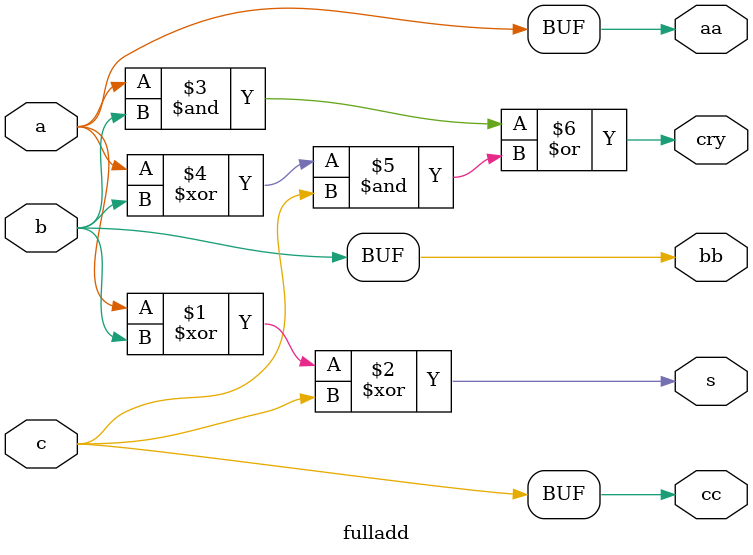
<source format=v>
`timescale 1ns / 1ps

module fulladd(s,cry,a,b,c,aa,bb,cc);
 output s,cry,aa,bb,cc;
 input a,b,c;

assign aa=a;
assign bb=b;
assign cc=c;

assign s = (a ^ b ^ c);
assign cry = (a & b)|((a ^ b)&c);

endmodule
</source>
